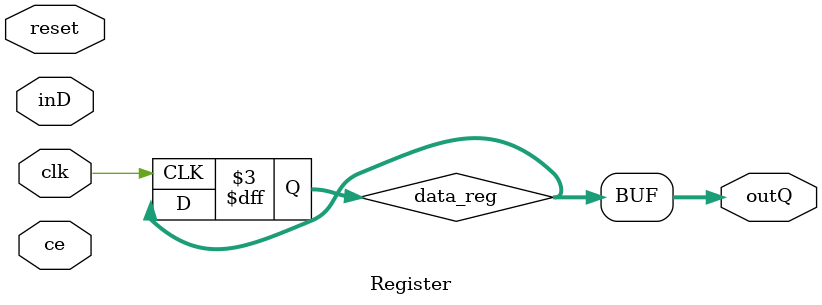
<source format=v>
/*********************************************************************************
* Copyright (c) 2022, Computer Systems Design Lab, University of Arkansas        *
*                                                                                *
* All rights reserved.                                                           *
*                                                                                *
* Permission is hereby granted, free of charge, to any person obtaining a copy   *
* of this software and associated documentation files (the "Software"), to deal  *
* in the Software without restriction, including without limitation the rights   *
* to use, copy, modify, merge, publish, distribute, sublicense, and/or sell      *
* copies of the Software, and to permit persons to whom the Software is          *
* furnished to do so, subject to the following conditions:                       *
*                                                                                *
* The above copyright notice and this permission notice shall be included in all *
* copies or substantial portions of the Software.                                *
*                                                                                *
* THE SOFTWARE IS PROVIDED "AS IS", WITHOUT WARRANTY OF ANY KIND, EXPRESS OR     *
* IMPLIED, INCLUDING BUT NOT LIMITED TO THE WARRANTIES OF MERCHANTABILITY,       *
* FITNESS FOR A PARTICULAR PURPOSE AND NONINFRINGEMENT. IN NO EVENT SHALL THE    *
* AUTHORS OR COPYRIGHT HOLDERS BE LIABLE FOR ANY CLAIM, DAMAGES OR OTHER         *
* LIABILITY, WHETHER IN AN ACTION OF CONTRACT, TORT OR OTHERWISE, ARISING FROM,  *
* OUT OF OR IN CONNECTION WITH THE SOFTWARE OR THE USE OR OTHER DEALINGS IN THE  *
* SOFTWARE.                                                                      *
**********************************************************************************

==================================================================================

  Author: MD Arafat Kabir
  Email : arafat.sun@gmail.com
  Date  : Wed, Dec 21, 07:55 PM CST 2022

  Description:
  A general purpose N-bit register, with optional clock enable and reset.

================================================================================*/


/*
Usage: A configurable register module
    clk         : clock
    ce          : clock-enable signal
    reset       : active-high reset signal
    inD         : data port (D pin of FF)
    outQ        : output port (Q pin of FF)
*/


module Register #(
// Parameters
    parameter WIDTH     = 8,    // width of the register
    parameter USE_CE    = 0,    // use clock-enable signal
    parameter USE_RESET = 0,    // use reset signal
    parameter RESET_VAL = 0     // specify reset value, by default resets to 0
) (
    clk,        // clock
    ce,         // clock-enable signal
    reset,      // active-high reset signal
    inD,        // data input port
    outQ        // output port
);


// IO Ports
input              clk;
input              ce;
input              reset;
input  [WIDTH-1:0] inD;
output [WIDTH-1:0] outQ;


// Internal signal
(* extract_enable = "yes", extract_reset = "yes" *)
reg [WIDTH-1:0]  data_reg = RESET_VAL;


// assign output
assign outQ = data_reg;


// Use the appropriate behavior of the register based on the requested instance properties
generate

if(USE_RESET) begin

    if(USE_CE) begin
        
        /**** Use Reset and clock-enable ****
        *   This is a more regular register.
        *   Reset has higher priority over clock-enable (FPGA FF behavior).
        */
        always @(posedge clk) begin
            if(reset)
                data_reg <= RESET_VAL;
            else if(ce)
                data_reg <= inD;
            else
                data_reg <= data_reg;
        end  // always

    end 
    else begin

        /**** Use Reset only, and no clock-enable ****
        *   This can be used to implement a always-shifting channel, with
        *   a reset.
        */
        always @(posedge clk) begin
            if(reset)
                data_reg <= RESET_VAL;
            else
                data_reg <= data_reg;
        end  // always

    end
end     // USE_RESET == True
else begin

    if(USE_CE) begin
        
        /**** Use Clock-Enable only, and no reset ****
        *   This is a more utilization and routing friendly for FPGA.
        */
        always @(posedge clk) begin
            if(ce)
                data_reg <= inD;
            else
                data_reg <= data_reg;
        end  // always

    end 
    else begin

        /**** No control signal ****
        *   This can be used to implement a always-shifting channel.
        */
        always @(posedge clk) begin
            data_reg <= data_reg;
        end  // always

    end

end     // USE_RESET == False

endgenerate



endmodule

</source>
